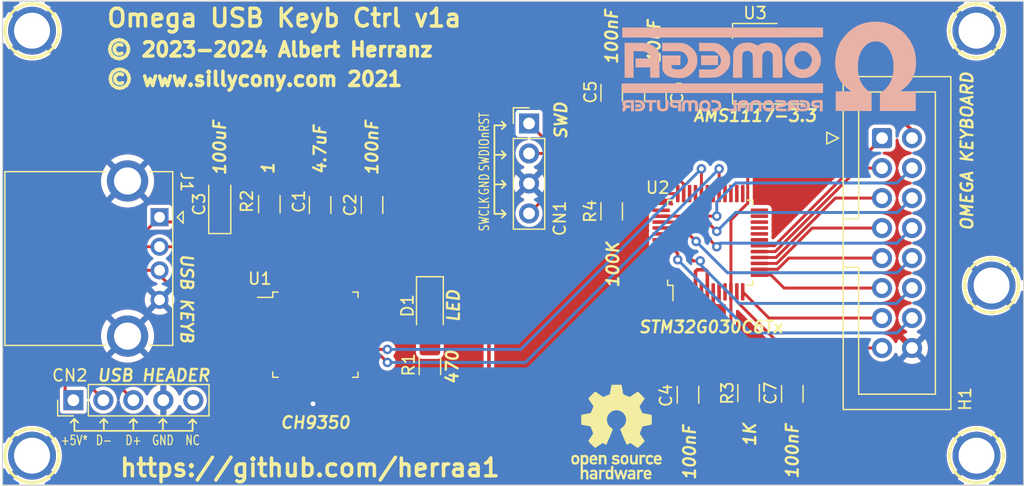
<source format=kicad_pcb>
(kicad_pcb (version 20221018) (generator pcbnew)
  (title_block (title "OMEGA USB Keyboard Control v1") (date "2024-01-07") (rev "A") (company "Albert Herranz"))
  (layers (0 "F.Cu" signal) (31 "B.Cu" signal) (34 "B.Paste" user) (35 "F.Paste" user) (36 "B.SilkS" user "B.Silkscreen") (37 "F.SilkS" user "F.Silkscreen") (38 "B.Mask" user) (39 "F.Mask" user) (44 "Edge.Cuts" user))
  (net 0 "")
  (net 1 "Net-(U1-VDD33)")
  (net 2 "GND")
  (net 3 "+5V")
  (net 4 "/+3V3")
  (net 5 "/nRST")
  (net 6 "/SWDIO")
  (net 7 "/SWCLK")
  (net 8 "Net-(D1-K)")
  (net 9 "Net-(D1-A)")
  (net 10 "/COL_0")
  (net 11 "/COL_1")
  (net 12 "/ROW_0")
  (net 13 "/COL_2")
  (net 14 "/ROW_1")
  (net 15 "/COL_3")
  (net 16 "/ROW_2")
  (net 17 "/COL_4")
  (net 18 "/ROW_3")
  (net 19 "/COL_5")
  (net 20 "/CAP_L")
  (net 21 "/COL_6")
  (net 22 "/ANA_L")
  (net 23 "/COL_7")
  (net 24 "Net-(CN2-Pin_2)")
  (net 25 "Net-(CN2-Pin_3)")
  (net 50 "/USART1_TX")
  (net 51 "/USART1_RX")
  (net 93 "Net-(CN2-Pin_1)")
  (footprint "Resistor_SMD:R_1206_3216Metric_Pad1.30x1.75mm_HandSolder" (layer "F.Cu") (at 86.5 88.6 -90)
    (fp_text reference "R1" (at -0.1 1.8 -90) (layer "F.SilkS"))
    (fp_text value "470" (at 0.1 -1.9 -90) (layer "F.SilkS") (effects (font (thickness 0.2) bold italic)))
    (pad "1" smd roundrect (at -1.55 0 270) (size 1.3 1.75) (layers "F.Cu" "F.Paste" "F.Mask") (roundrect_rratio 0.1923076923) (net 9 "Net-(D1-A)"))
    (pad "2" smd roundrect (at 1.55 0 270) (size 1.3 1.75) (layers "F.Cu" "F.Paste" "F.Mask") (roundrect_rratio 0.1923076923) (net 4 "/+3V3"))
  )
  (footprint "Capacitor_SMD:C_1206_3216Metric_Pad1.33x1.80mm_HandSolder" (layer "F.Cu") (at 77.2 74.9625 90)
    (fp_text reference "C1" (at 0.3 -1.8 90) (layer "F.SilkS"))
    (fp_text value "4.7uF" (at 4.7 0 90) (layer "F.SilkS") (effects (font (thickness 0.2) bold italic)))
    (pad "1" smd roundrect (at -1.5625 0 90) (size 1.325 1.8) (layers "F.Cu" "F.Paste" "F.Mask") (roundrect_rratio 0.1886792453) (net 1 "Net-(U1-VDD33)"))
    (pad "2" smd roundrect (at 1.5625 0 90) (size 1.325 1.8) (layers "F.Cu" "F.Paste" "F.Mask") (roundrect_rratio 0.1886792453) (net 2 "GND"))
  )
  (footprint "Package_TO_SOT_SMD:SOT-223-3_TabPin2" (layer "F.Cu") (at 114.05 63 180)
    (fp_text reference "U3" (at 0 4.3) (layer "F.SilkS"))
    (fp_text value "AMS1117-3.3" (at 0 -4.4) (layer "F.SilkS") (effects (font (thickness 0.2) bold italic)))
    (pad "1" smd rect (at -3.15 -2.3 180) (size 2 1.5) (layers "F.Cu" "F.Paste" "F.Mask") (net 2 "GND"))
    (pad "2" smd rect (at -3.15 0 180) (size 2 1.5) (layers "F.Cu" "F.Paste" "F.Mask") (net 4 "/+3V3"))
    (pad "2" smd rect (at 3.15 0 180) (size 2 3.8) (layers "F.Cu" "F.Paste" "F.Mask") (net 4 "/+3V3"))
    (pad "3" smd rect (at -3.15 2.3 180) (size 2 1.5) (layers "F.Cu" "F.Paste" "F.Mask") (net 3 "+5V"))
  )
  (footprint "Package_QFP:LQFP-48_7x7mm_P0.5mm" (layer "F.Cu") (at 76.8 85.95)
    (fp_text reference "U1" (at -4.7 -4.75) (layer "F.SilkS"))
    (fp_text value "CH9350" (at 0 7.45) (layer "F.SilkS") (effects (font (thickness 0.2) bold italic)))
    (pad "1" smd roundrect (at -4.1625 -2.75) (size 1.475 0.3) (layers "F.Cu" "F.Paste" "F.Mask") (net 8 "Net-(D1-K)"))
    (pad "2" smd roundrect (at -4.1625 -2.25) (size 1.475 0.3) (layers "F.Cu" "F.Paste" "F.Mask"))
    (pad "3" smd roundrect (at -4.1625 -1.75) (size 1.475 0.3) (layers "F.Cu" "F.Paste" "F.Mask"))
    (pad "4" smd roundrect (at -4.1625 -1.25) (size 1.475 0.3) (layers "F.Cu" "F.Paste" "F.Mask"))
    (pad "5" smd roundrect (at -4.1625 -0.75) (size 1.475 0.3) (layers "F.Cu" "F.Paste" "F.Mask"))
    (pad "6" smd roundrect (at -4.1625 -0.25) (size 1.475 0.3) (layers "F.Cu" "F.Paste" "F.Mask"))
    (pad "7" smd roundrect (at -4.1625 0.25) (size 1.475 0.3) (layers "F.Cu" "F.Paste" "F.Mask"))
    (pad "8" smd roundrect (at -4.1625 0.75) (size 1.475 0.3) (layers "F.Cu" "F.Paste" "F.Mask"))
    (pad "9" smd roundrect (at -4.1625 1.25) (size 1.475 0.3) (layers "F.Cu" "F.Paste" "F.Mask"))
    (pad "10" smd roundrect (at -4.1625 1.75) (size 1.475 0.3) (layers "F.Cu" "F.Paste" "F.Mask"))
    (pad "11" smd roundrect (at -4.1625 2.25) (size 1.475 0.3) (layers "F.Cu" "F.Paste" "F.Mask"))
    (pad "12" smd roundrect (at -4.1625 2.75) (size 1.475 0.3) (layers "F.Cu" "F.Paste" "F.Mask"))
    (pad "13" smd roundrect (at -2.75 4.1625) (size 0.3 1.475) (layers "F.Cu" "F.Paste" "F.Mask"))
    (pad "14" smd roundrect (at -2.25 4.1625) (size 0.3 1.475) (layers "F.Cu" "F.Paste" "F.Mask"))
    (pad "15" smd roundrect (at -1.75 4.1625) (size 0.3 1.475) (layers "F.Cu" "F.Paste" "F.Mask"))
    (pad "16" smd roundrect (at -1.25 4.1625) (size 0.3 1.475) (layers "F.Cu" "F.Paste" "F.Mask"))
    (pad "17" smd roundrect (at -0.75 4.1625) (size 0.3 1.475) (layers "F.Cu" "F.Paste" "F.Mask"))
    (pad "18" smd roundrect (at -0.25 4.1625) (size 0.3 1.475) (layers "F.Cu" "F.Paste" "F.Mask") (net 2 "GND"))
    (pad "19" smd roundrect (at 0.25 4.1625) (size 0.3 1.475) (layers "F.Cu" "F.Paste" "F.Mask"))
    (pad "20" smd roundrect (at 0.75 4.1625) (size 0.3 1.475) (layers "F.Cu" "F.Paste" "F.Mask"))
    (pad "21" smd roundrect (at 1.25 4.1625) (size 0.3 1.475) (layers "F.Cu" "F.Paste" "F.Mask"))
    (pad "22" smd roundrect (at 1.75 4.1625) (size 0.3 1.475) (layers "F.Cu" "F.Paste" "F.Mask"))
    (pad "23" smd roundrect (at 2.25 4.1625) (size 0.3 1.475) (layers "F.Cu" "F.Paste" "F.Mask"))
    (pad "24" smd roundrect (at 2.75 4.1625) (size 0.3 1.475) (layers "F.Cu" "F.Paste" "F.Mask"))
    (pad "25" smd roundrect (at 4.1625 2.75) (size 1.475 0.3) (layers "F.Cu" "F.Paste" "F.Mask"))
    (pad "26" smd roundrect (at 4.1625 2.25) (size 1.475 0.3) (layers "F.Cu" "F.Paste" "F.Mask"))
    (pad "27" smd roundrect (at 4.1625 1.75) (size 1.475 0.3) (layers "F.Cu" "F.Paste" "F.Mask") (net 50 "/USART1_TX"))
    (pad "28" smd roundrect (at 4.1625 1.25) (size 1.475 0.3) (layers "F.Cu" "F.Paste" "F.Mask") (net 51 "/USART1_RX"))
    (pad "29" smd roundrect (at 4.1625 0.75) (size 1.475 0.3) (layers "F.Cu" "F.Paste" "F.Mask"))
    (pad "30" smd roundrect (at 4.1625 0.25) (size 1.475 0.3) (layers "F.Cu" "F.Paste" "F.Mask"))
    (pad "31" smd roundrect (at 4.1625 -0.25) (size 1.475 0.3) (layers "F.Cu" "F.Paste" "F.Mask") (net 25 "Net-(CN2-Pin_3)"))
    (pad "32" smd roundrect (at 4.1625 -0.75) (size 1.475 0.3) (layers "F.Cu" "F.Paste" "F.Mask") (net 24 "Net-(CN2-Pin_2)"))
    (pad "33" smd roundrect (at 4.1625 -1.25) (size 1.475 0.3) (layers "F.Cu" "F.Paste" "F.Mask"))
    (pad "34" smd roundrect (at 4.1625 -1.75) (size 1.475 0.3) (layers "F.Cu" "F.Paste" "F.Mask"))
    (pad "35" smd roundrect (at 4.1625 -2.25) (size 1.475 0.3) (layers "F.Cu" "F.Paste" "F.Mask"))
    (pad "36" smd roundrect (at 4.1625 -2.75) (size 1.475 0.3) (layers "F.Cu" "F.Paste" "F.Mask"))
    (pad "37" smd roundrect (at 2.75 -4.1625) (size 0.3 1.475) (layers "F.Cu" "F.Paste" "F.Mask"))
    (pad "38" smd roundrect (at 2.25 -4.1625) (size 0.3 1.475) (layers "F.Cu" "F.Paste" "F.Mask") (net 2 "GND"))
    (pad "39" smd roundrect (at 1.75 -4.1625) (size 0.3 1.475) (layers "F.Cu" "F.Paste" "F.Mask"))
    (pad "40" smd roundrect (at 1.25 -4.1625) (size 0.3 1.475) (layers "F.Cu" "F.Paste" "F.Mask"))
    (pad "41" smd roundrect (at 0.75 -4.1625) (size 0.3 1.475) (layers "F.Cu" "F.Paste" "F.Mask") (net 3 "+5V"))
    (pad "42" smd roundrect (at 0.25 -4.1625) (size 0.3 1.475) (layers "F.Cu" "F.Paste" "F.Mask") (net 1 "Net-(U1-VDD33)"))
    (pad "43" smd roundrect (at -0.25 -4.1625) (size 0.3 1.475) (layers "F.Cu" "F.Paste" "F.Mask"))
    (pad "44" smd roundrect (at -0.75 -4.1625) (size 0.3 1.475) (layers "F.Cu" "F.Paste" "F.Mask"))
    (pad "45" smd roundrect (at -1.25 -4.1625) (size 0.3 1.475) (layers "F.Cu" "F.Paste" "F.Mask"))
    (pad "46" smd roundrect (at -1.75 -4.1625) (size 0.3 1.475) (layers "F.Cu" "F.Paste" "F.Mask"))
    (pad "47" smd roundrect (at -2.25 -4.1625) (size 0.3 1.475) (layers "F.Cu" "F.Paste" "F.Mask"))
    (pad "48" smd roundrect (at -2.75 -4.1625) (size 0.3 1.475) (layers "F.Cu" "F.Paste" "F.Mask"))
  )
  (footprint "My_Components:Hole_3mm" (layer "F.Cu") (at 132.8 60.2)
    (fp_text reference "HOLE3" hide)
    (fp_text value "HOLE" hide)
    (pad "1" thru_hole circle (at 0 0) (size 4.064 4.064) (drill 3.048) (layers "*.Cu" "*.Mask") (net 2 "GND"))
  )
  (footprint "Connector_PinHeader_2.54mm:PinHeader_1x04_P2.54mm_Vertical" (layer "F.Cu") (at 94.9 68.06)
    (fp_text reference "CN1" (at 2.6 8.04 90) (layer "F.SilkS"))
    (fp_text value "SWD" (at 2.7 -0.26 90) (layer "F.SilkS") (effects (font (thickness 0.2) bold italic)))
    (pad "1" thru_hole rect (at 0 0) (size 1.7 1.7) (drill 1) (layers "*.Cu" "*.Mask") (net 5 "/nRST"))
    (pad "2" thru_hole oval (at 0 2.54) (size 1.7 1.7) (drill 1) (layers "*.Cu" "*.Mask") (net 6 "/SWDIO"))
    (pad "3" thru_hole oval (at 0 5.08) (size 1.7 1.7) (drill 1) (layers "*.Cu" "*.Mask") (net 2 "GND"))
    (pad "4" thru_hole oval (at 0 7.62) (size 1.7 1.7) (drill 1) (layers "*.Cu" "*.Mask") (net 7 "/SWCLK"))
  )
  (footprint "Connector_IDC:IDC-Header_2x08_P2.54mm_Vertical" (layer "F.Cu") (at 124.8 69.3)
    (fp_text reference "H1" (at 7.04 22.1 90) (layer "F.SilkS"))
    (fp_text value "OMEGA KEYBOARD" (at 7.2 1.1 90) (layer "F.SilkS") (effects (font (thickness 0.2) bold italic)))
    (pad "1" thru_hole roundrect (at 0 0) (size 1.7 1.7) (drill 1) (layers "*.Cu" "*.Mask") (roundrect_rratio 0.1470588235) (net 10 "/COL_0"))
    (pad "2" thru_hole circle (at 2.54 0) (size 1.7 1.7) (drill 1) (layers "*.Cu" "*.Mask") (net 3 "+5V"))
    (pad "3" thru_hole circle (at 0 2.54) (size 1.7 1.7) (drill 1) (layers "*.Cu" "*.Mask") (net 11 "/COL_1"))
    (pad "4" thru_hole circle (at 2.54 2.54) (size 1.7 1.7) (drill 1) (layers "*.Cu" "*.Mask") (net 12 "/ROW_0"))
    (pad "5" thru_hole circle (at 0 5.08) (size 1.7 1.7) (drill 1) (layers "*.Cu" "*.Mask") (net 13 "/COL_2"))
    (pad "6" thru_hole circle (at 2.54 5.08) (size 1.7 1.7) (drill 1) (layers "*.Cu" "*.Mask") (net 14 "/ROW_1"))
    (pad "7" thru_hole circle (at 0 7.62) (size 1.7 1.7) (drill 1) (layers "*.Cu" "*.Mask") (net 15 "/COL_3"))
    (pad "8" thru_hole circle (at 2.54 7.62) (size 1.7 1.7) (drill 1) (layers "*.Cu" "*.Mask") (net 16 "/ROW_2"))
    (pad "9" thru_hole circle (at 0 10.16) (size 1.7 1.7) (drill 1) (layers "*.Cu" "*.Mask") (net 17 "/COL_4"))
    (pad "10" thru_hole circle (at 2.54 10.16) (size 1.7 1.7) (drill 1) (layers "*.Cu" "*.Mask") (net 18 "/ROW_3"))
    (pad "11" thru_hole circle (at 0 12.7) (size 1.7 1.7) (drill 1) (layers "*.Cu" "*.Mask") (net 19 "/COL_5"))
    (pad "12" thru_hole circle (at 2.54 12.7) (size 1.7 1.7) (drill 1) (layers "*.Cu" "*.Mask") (net 20 "/CAP_L"))
    (pad "13" thru_hole circle (at 0 15.24) (size 1.7 1.7) (drill 1) (layers "*.Cu" "*.Mask") (net 21 "/COL_6"))
    (pad "14" thru_hole circle (at 2.54 15.24) (size 1.7 1.7) (drill 1) (layers "*.Cu" "*.Mask") (net 22 "/ANA_L"))
    (pad "15" thru_hole circle (at 0 17.78) (size 1.7 1.7) (drill 1) (layers "*.Cu" "*.Mask") (net 23 "/COL_7"))
    (pad "16" thru_hole circle (at 2.54 17.78) (size 1.7 1.7) (drill 1) (layers "*.Cu" "*.Mask") (net 2 "GND"))
  )
  (footprint "My_Components:OSHW-Logo_7.5x8mm_SilkScreen" (layer "F.Cu") (at 102.3 94.2)
    (fp_text reference "SYM1" hide)
    (fp_text value "Logo_Open_Hardware_Large" hide)
  )
  (footprint "Connector_USB:USB_A_CONNFLY_DS1095-WNR0" (layer "F.Cu") (at 63.6 76 -90)
    (fp_text reference "J1" (at -3 -2.3 -90 unlocked) (layer "F.SilkS"))
    (fp_text value "USB KEYB" (at 6.9 -2.3 -90 unlocked) (layer "F.SilkS") (effects (font (thickness 0.2) bold italic)))
    (pad "1" thru_hole rect (at 0 0 270) (size 1.524 1.524) (drill 0.92) (layers "*.Cu" "*.Mask") (net 93 "Net-(CN2-Pin_1)"))
    (pad "2" thru_hole circle (at 2.5 0 270) (size 1.524 1.524) (drill 0.92) (layers "*.Cu" "*.Mask") (net 24 "Net-(CN2-Pin_2)"))
    (pad "3" thru_hole circle (at 4.5 0 270) (size 1.524 1.524) (drill 0.92) (layers "*.Cu" "*.Mask") (net 25 "Net-(CN2-Pin_3)"))
    (pad "4" thru_hole circle (at 7 0 270) (size 1.524 1.524) (drill 0.92) (layers "*.Cu" "*.Mask") (net 2 "GND"))
    (pad "5" thru_hole circle (at -3.07 2.71 270) (size 3.5 3.5) (drill 2.3) (layers "*.Cu" "*.Mask") (net 2 "GND"))
    (pad "5" thru_hole circle (at 10.07 2.71 270) (size 3.5 3.5) (drill 2.3) (layers "*.Cu" "*.Mask") (net 2 "GND"))
  )
  (footprint "Capacitor_Tantalum_SMD:CP_EIA-3216-18_Kemet-A_Pad1.58x1.35mm_HandSolder" (layer "F.Cu") (at 68.7 74.9 90)
    (fp_text reference "C3" (at 0 -1.75 90) (layer "F.SilkS"))
    (fp_text value "100uF" (at 4.8 0 90) (layer "F.SilkS") (effects (font (thickness 0.2) bold italic)))
    (pad "1" smd roundrect (at -1.4375 0 90) (size 1.575 1.35) (layers "F.Cu" "F.Paste" "F.Mask") (roundrect_rratio 0.1851851852) (net 93 "Net-(CN2-Pin_1)"))
    (pad "2" smd roundrect (at 1.4375 0 90) (size 1.575 1.35) (layers "F.Cu" "F.Paste" "F.Mask") (roundrect_rratio 0.1851851852) (net 2 "GND"))
  )
  (footprint "My_Components:Hole_3mm" (layer "F.Cu") (at 52.8 96.2)
    (fp_text reference "HOLE2" hide)
    (fp_text value "HOLE" hide)
    (pad "1" thru_hole circle (at 0 0) (size 4.064 4.064) (drill 3.048) (layers "*.Cu" "*.Mask") (net 2 "GND"))
  )
  (footprint "Capacitor_SMD:C_1206_3216Metric_Pad1.33x1.80mm_HandSolder" (layer "F.Cu") (at 117.2 90.9625 90)
    (fp_text reference "C7" (at 0.0625 -1.85 90) (layer "F.SilkS"))
    (fp_text value "100nF" (at -4.8375 0 90) (layer "F.SilkS") (effects (font (thickness 0.2) bold italic)))
    (pad "1" smd roundrect (at -1.5625 0 90) (size 1.325 1.8) (layers "F.Cu" "F.Paste" "F.Mask") (roundrect_rratio 0.1886792453) (net 2 "GND"))
    (pad "2" smd roundrect (at 1.5625 0 90) (size 1.325 1.8) (layers "F.Cu" "F.Paste" "F.Mask") (roundrect_rratio 0.1886792453) (net 5 "/nRST"))
  )
  (footprint "Resistor_SMD:R_1206_3216Metric_Pad1.30x1.75mm_HandSolder" (layer "F.Cu") (at 101.9 75.5 90)
    (fp_text reference "R4" (at 0 -1.82 90) (layer "F.SilkS"))
    (fp_text value "100K" (at -4.5 0.1 90) (layer "F.SilkS") (effects (font (thickness 0.2) bold italic)))
    (pad "1" smd roundrect (at -1.55 0 90) (size 1.3 1.75) (layers "F.Cu" "F.Paste" "F.Mask") (roundrect_rratio 0.1923076923) (net 2 "GND"))
    (pad "2" smd roundrect (at 1.55 0 90) (size 1.3 1.75) (layers "F.Cu" "F.Paste" "F.Mask") (roundrect_rratio 0.1923076923) (net 7 "/SWCLK"))
  )
  (footprint "Resistor_SMD:R_1206_3216Metric_Pad1.30x1.75mm_HandSolder" (layer "F.Cu") (at 72.9 74.9 -90)
    (fp_text reference "R2" (at -0.25 1.9 -90) (layer "F.SilkS"))
    (fp_text value "1" (at -3.05 0.1 -90) (layer "F.SilkS") (effects (font (thickness 0.2) bold italic)))
    (pad "1" smd roundrect (at -1.55 0 270) (size 1.3 1.75) (layers "F.Cu" "F.Paste" "F.Mask") (roundrect_rratio 0.1923076923) (net 3 "+5V"))
    (pad "2" smd roundrect (at 1.55 0 270) (size 1.3 1.75) (layers "F.Cu" "F.Paste" "F.Mask") (roundrect_rratio 0.1923076923) (net 93 "Net-(CN2-Pin_1)"))
  )
  (footprint "My_Components:Hole_3mm" (layer "F.Cu") (at 52.8 60.2)
    (fp_text reference "HOLE1" hide)
    (fp_text value "HOLE" hide)
    (pad "1" thru_hole circle (at 0 0) (size 4.064 4.064) (drill 3.048) (layers "*.Cu" "*.Mask") (net 2 "GND"))
  )
  (footprint "Connector_PinHeader_2.54mm:PinHeader_1x05_P2.54mm_Vertical" (layer "F.Cu") (at 56.3 91.5 90)
    (fp_text reference "CN2" (at 2.1 -0.3 180) (layer "F.SilkS"))
    (fp_text value "USB HEADER" (at 2.1 6.8 180) (layer "F.SilkS") (effects (font (thickness 0.2) bold italic)))
    (pad "1" thru_hole rect (at 0 0 90) (size 1.7 1.7) (drill 1) (layers "*.Cu" "*.Mask") (net 93 "Net-(CN2-Pin_1)"))
    (pad "2" thru_hole oval (at 0 2.54 90) (size 1.7 1.7) (drill 1) (layers "*.Cu" "*.Mask") (net 24 "Net-(CN2-Pin_2)"))
    (pad "3" thru_hole oval (at 0 5.08 90) (size 1.7 1.7) (drill 1) (layers "*.Cu" "*.Mask") (net 25 "Net-(CN2-Pin_3)"))
    (pad "4" thru_hole oval (at 0 7.62 90) (size 1.7 1.7) (drill 1) (layers "*.Cu" "*.Mask") (net 2 "GND"))
    (pad "5" thru_hole oval (at 0 10.16 90) (size 1.7 1.7) (drill 1) (layers "*.Cu" "*.Mask"))
  )
  (footprint "Capacitor_SMD:C_1206_3216Metric_Pad1.33x1.80mm_HandSolder" (layer "F.Cu") (at 101.9 65.4625 -90)
    (fp_text reference "C5" (at -0.0625 1.8 90) (layer "F.SilkS"))
    (fp_text value "100nF" (at -4.7625 0 90) (layer "F.SilkS") (effects (font (thickness 0.2) bold italic)))
    (pad "1" smd roundrect (at -1.5625 0 270) (size 1.325 1.8) (layers "F.Cu" "F.Paste" "F.Mask") (roundrect_rratio 0.1886792453) (net 4 "/+3V3"))
    (pad "2" smd roundrect (at 1.5625 0 270) (size 1.325 1.8) (layers "F.Cu" "F.Paste" "F.Mask") (roundrect_rratio 0.1886792453) (net 2 "GND"))
  )
  (footprint "Capacitor_SMD:C_1206_3216Metric_Pad1.33x1.80mm_HandSolder" (layer "F.Cu") (at 108.3625 91.0375 -90)
    (fp_text reference "C4" (at 0.0625 1.8625 -90) (layer "F.SilkS"))
    (fp_text value "100nF" (at 4.8625 -0.1375 -90) (layer "F.SilkS") (effects (font (thickness 0.2) bold italic)))
    (pad "1" smd roundrect (at -1.5625 0 270) (size 1.325 1.8) (layers "F.Cu" "F.Paste" "F.Mask") (roundrect_rratio 0.1886792453) (net 4 "/+3V3"))
    (pad "2" smd roundrect (at 1.5625 0 270) (size 1.325 1.8) (layers "F.Cu" "F.Paste" "F.Mask") (roundrect_rratio 0.1886792453) (net 2 "GND"))
  )
  (footprint "Resistor_SMD:R_1206_3216Metric_Pad1.30x1.75mm_HandSolder" (layer "F.Cu") (at 113.5 90.9 -90)
    (fp_text reference "R3" (at 0 1.8 -90) (layer "F.SilkS"))
    (fp_text value "1K" (at 3.5 -0.1 -90) (layer "F.SilkS") (effects (font (thickness 0.2) bold italic)))
    (pad "1" smd roundrect (at -1.55 0 270) (size 1.3 1.75) (layers "F.Cu" "F.Paste" "F.Mask") (roundrect_rratio 0.1923076923) (net 5 "/nRST"))
    (pad "2" smd roundrect (at 1.55 0 270) (size 1.3 1.75) (layers "F.Cu" "F.Paste" "F.Mask") (roundrect_rratio 0.1923076923) (net 4 "/+3V3"))
  )
  (footprint "Capacitor_SMD:C_1206_3216Metric_Pad1.33x1.80mm_HandSolder" (layer "F.Cu") (at 81.6 74.9625 90)
    (fp_text reference "C2" (at 0 -1.85 270) (layer "F.SilkS"))
    (fp_text value "100nF" (at 4.8625 0 90) (layer "F.SilkS") (effects (font (thickness 0.2) bold italic)))
    (pad "1" smd roundrect (at -1.5625 0 90) (size 1.325 1.8) (layers "F.Cu" "F.Paste" "F.Mask") (roundrect_rratio 0.1886792453) (net 3 "+5V"))
    (pad "2" smd roundrect (at 1.5625 0 90) (size 1.325 1.8) (layers "F.Cu" "F.Paste" "F.Mask") (roundrect_rratio 0.1886792453) (net 2 "GND"))
  )
  (footprint "My_Components:Hole_3mm" (layer "F.Cu") (at 132.8 96.2)
    (fp_text reference "HOLE4" hide)
    (fp_text value "HOLE" hide)
    (pad "1" thru_hole circle (at 0 0) (size 4.064 4.064) (drill 3.048) (layers "*.Cu" "*.Mask") (net 2 "GND"))
  )
  (footprint "Capacitor_SMD:C_1206_3216Metric_Pad1.33x1.80mm_HandSolder" (layer "F.Cu") (at 105.6 65.4625 -90)
    (fp_text reference "C6" (at 0 -1.85 90) (layer "F.SilkS"))
    (fp_text value "10uF" (at -4.3625 0.1 90) (layer "F.SilkS") (effects (font (thickness 0.2) bold italic)))
    (pad "1" smd roundrect (at -1.5625 0 270) (size 1.325 1.8) (layers "F.Cu" "F.Paste" "F.Mask") (roundrect_rratio 0.1886792453) (net 4 "/+3V3"))
    (pad "2" smd roundrect (at 1.5625 0 270) (size 1.325 1.8) (layers "F.Cu" "F.Paste" "F.Mask") (roundrect_rratio 0.1886792453) (net 2 "GND"))
  )
  (footprint "My_Components:Hole_3mm" (layer "F.Cu") (at 134.08 81.79)
    (fp_text reference "HOLE5" hide)
    (fp_text value "HOLE" hide)
    (pad "1" thru_hole circle (at 0 0) (size 4.064 4.064) (drill 3.048) (layers "*.Cu" "*.Mask") (net 2 "GND"))
  )
  (footprint "Package_QFP:LQFP-48_7x7mm_P0.5mm" (layer "F.Cu") (at 110.25 78.1625 90)
    (fp_text reference "U2" (at 4.6625 -4.45 180) (layer "F.SilkS"))
    (fp_text value "STM32G030C6Tx" (at -7.1375 0.05 180) (layer "F.SilkS") (effects (font (thickness 0.2) bold italic)))
    (pad "1" smd roundrect (at -4.1625 -2.75 90) (size 1.475 0.3) (layers "F.Cu" "F.Paste" "F.Mask"))
    (pad "2" smd roundrect (at -4.1625 -2.25 90) (size 1.475 0.3) (layers "F.Cu" "F.Paste" "F.Mask"))
    (pad "3" smd roundrect (at -4.1625 -1.75 90) (size 1.475 0.3) (layers "F.Cu" "F.Paste" "F.Mask"))
    (pad "4" smd roundrect (at -4.1625 -1.25 90) (size 1.475 0.3) (layers "F.Cu" "F.Paste" "F.Mask") (net 4 "/+3V3"))
    (pad "5" smd roundrect (at -4.1625 -0.75 90) (size 1.475 0.3) (layers "F.Cu" "F.Paste" "F.Mask") (net 2 "GND"))
    (pad "6" smd roundrect (at -4.1625 -0.25 90) (size 1.475 0.3) (layers "F.Cu" "F.Paste" "F.Mask") (net 4 "/+3V3"))
    (pad "7" smd roundrect (at -4.1625 0.25 90) (size 1.475 0.3) (layers "F.Cu" "F.Paste" "F.Mask") (net 2 "GND"))
    (pad "8" smd roundrect (at -4.1625 0.75 90) (size 1.475 0.3) (layers "F.Cu" "F.Paste" "F.Mask"))
    (pad "9" smd roundrect (at -4.1625 1.25 90) (size 1.475 0.3) (layers "F.Cu" "F.Paste" "F.Mask"))
    (pad "10" smd roundrect (at -4.1625 1.75 90) (size 1.475 0.3) (layers "F.Cu" "F.Paste" "F.Mask") (net 5 "/nRST"))
    (pad "11" smd roundrect (at -4.1625 2.25 90) (size 1.475 0.3) (layers "F.Cu" "F.Paste" "F.Mask") (net 23 "/COL_7"))
    (pad "12" smd roundrect (at -4.1625 2.75 90) (size 1.475 0.3) (layers "F.Cu" "F.Paste" "F.Mask") (net 21 "/COL_6"))
    (pad "13" smd roundrect (at -2.75 4.1625 90) (size 0.3 1.475) (layers "F.Cu" "F.Paste" "F.Mask") (net 19 "/COL_5"))
    (pad "14" smd roundrect (at -2.25 4.1625 90) (size 0.3 1.475) (layers "F.Cu" "F.Paste" "F.Mask") (net 17 "/COL_4"))
    (pad "15" smd roundrect (at -1.75 4.1625 90) (size 0.3 1.475) (layers "F.Cu" "F.Paste" "F.Mask") (net 15 "/COL_3"))
    (pad "16" smd roundrect (at -1.25 4.1625 90) (size 0.3 1.475) (layers "F.Cu" "F.Paste" "F.Mask") (net 13 "/COL_2"))
    (pad "17" smd roundrect (at -0.75 4.1625 90) (size 0.3 1.475) (layers "F.Cu" "F.Paste" "F.Mask") (net 11 "/COL_1"))
    (pad "18" smd roundrect (at -0.25 4.1625 90) (size 0.3 1.475) (layers "F.Cu" "F.Paste" "F.Mask") (net 10 "/COL_0"))
    (pad "19" smd roundrect (at 0.25 4.1625 90) (size 0.3 1.475) (layers "F.Cu" "F.Paste" "F.Mask"))
    (pad "20" smd roundrect (at 0.75 4.1625 90) (size 0.3 1.475) (layers "F.Cu" "F.Paste" "F.Mask"))
    (pad "21" smd roundrect (at 1.25 4.1625 90) (size 0.3 1.475) (layers "F.Cu" "F.Paste" "F.Mask"))
    (pad "22" smd roundrect (at 1.75 4.1625 90) (size 0.3 1.475) (layers "F.Cu" "F.Paste" "F.Mask"))
    (pad "23" smd roundrect (at 2.25 4.1625 90) (size 0.3 1.475) (layers "F.Cu" "F.Paste" "F.Mask"))
    (pad "24" smd roundrect (at 2.75 4.1625 90) (size 0.3 1.475) (layers "F.Cu" "F.Paste" "F.Mask"))
    (pad "25" smd roundrect (at 4.1625 2.75 90) (size 1.475 0.3) (layers "F.Cu" "F.Paste" "F.Mask"))
    (pad "26" smd roundrect (at 4.1625 2.25 90) (size 1.475 0.3) (layers "F.Cu" "F.Paste" "F.Mask"))
    (pad "27" smd roundrect (at 4.1625 1.75 90) (size 1.475 0.3) (layers "F.Cu" "F.Paste" "F.Mask"))
    (pad "28" smd roundrect (at 4.1625 1.25 90) (size 1.475 0.3) (layers "F.Cu" "F.Paste" "F.Mask"))
    (pad "29" smd roundrect (at 4.1625 0.75 90) (size 1.475 0.3) (layers "F.Cu" "F.Paste" "F.Mask") (net 50 "/USART1_TX"))
    (pad "30" smd roundrect (at 4.1625 0.25 90) (size 1.475 0.3) (layers "F.Cu" "F.Paste" "F.Mask"))
    (pad "31" smd roundrect (at 4.1625 -0.25 90) (size 1.475 0.3) (layers "F.Cu" "F.Paste" "F.Mask"))
    (pad "32" smd roundrect (at 4.1625 -0.75 90) (size 1.475 0.3) (layers "F.Cu" "F.Paste" "F.Mask") (net 51 "/USART1_RX"))
    (pad "33" smd roundrect (at 4.1625 -1.25 90) (size 1.475 0.3) (layers "F.Cu" "F.Paste" "F.Mask"))
    (pad "34" smd roundrect (at 4.1625 -1.75 90) (size 1.475 0.3) (layers "F.Cu" "F.Paste" "F.Mask"))
    (pad "35" smd roundrect (at 4.1625 -2.25 90) (size 1.475 0.3) (layers "F.Cu" "F.Paste" "F.Mask") (net 6 "/SWDIO"))
    (pad "36" smd roundrect (at 4.1625 -2.75 90) (size 1.475 0.3) (layers "F.Cu" "F.Paste" "F.Mask") (net 7 "/SWCLK"))
    (pad "37" smd roundrect (at 2.75 -4.1625 90) (size 0.3 1.475) (layers "F.Cu" "F.Paste" "F.Mask"))
    (pad "38" smd roundrect (at 2.25 -4.1625 90) (size 0.3 1.475) (layers "F.Cu" "F.Paste" "F.Mask") (net 12 "/ROW_0"))
    (pad "39" smd roundrect (at 1.75 -4.1625 90) (size 0.3 1.475) (layers "F.Cu" "F.Paste" "F.Mask") (net 14 "/ROW_1"))
    (pad "40" smd roundrect (at 1.25 -4.1625 90) (size 0.3 1.475) (layers "F.Cu" "F.Paste" "F.Mask") (net 16 "/ROW_2"))
    (pad "41" smd roundrect (at 0.75 -4.1625 90) (size 0.3 1.475) (layers "F.Cu" "F.Paste" "F.Mask") (net 18 "/ROW_3"))
    (pad "42" smd roundrect (at 0.25 -4.1625 90) (size 0.3 1.475) (layers "F.Cu" "F.Paste" "F.Mask") (net 20 "/CAP_L"))
    (pad "43" smd roundrect (at -0.25 -4.1625 90) (size 0.3 1.475) (layers "F.Cu" "F.Paste" "F.Mask") (net 22 "/ANA_L"))
    (pad "44" smd roundrect (at -0.75 -4.1625 90) (size 0.3 1.475) (layers "F.Cu" "F.Paste" "F.Mask"))
    (pad "45" smd roundrect (at -1.25 -4.1625 90) (size 0.3 1.475) (layers "F.Cu" "F.Paste" "F.Mask"))
    (pad "46" smd roundrect (at -1.75 -4.1625 90) (size 0.3 1.475) (layers "F.Cu" "F.Paste" "F.Mask"))
    (pad "47" smd roundrect (at -2.25 -4.1625 90) (size 0.3 1.475) (layers "F.Cu" "F.Paste" "F.Mask"))
    (pad "48" smd roundrect (at -2.75 -4.1625 90) (size 0.3 1.475) (layers "F.Cu" "F.Paste" "F.Mask"))
  )
  (footprint "LED_SMD:LED_1206_3216Metric_Pad1.42x1.75mm_HandSolder" (layer "F.Cu") (at 86.5 83.5 -90)
    (fp_text reference "D1" (at 0 1.9 90) (layer "F.SilkS"))
    (fp_text value "LED" (at 0 -2 90) (layer "F.SilkS") (effects (font (thickness 0.2) bold italic)))
    (pad "1" smd roundrect (at -1.4875 0 270) (size 1.425 1.75) (layers "F.Cu" "F.Paste" "F.Mask") (roundrect_rratio 0.1754392982) (net 8 "Net-(D1-K)"))
    (pad "2" smd roundrect (at 1.4875 0 270) (size 1.425 1.75) (layers "F.Cu" "F.Paste" "F.Mask") (roundrect_rratio 0.1754392982) (net 9 "Net-(D1-A)"))
  )
  (footprint "My_Components:Omega-Logo_24.9x7.6mm_SilkScreen" (layer "B.Cu") (at 115.3 63.2 180)
    (fp_text reference "G***" hide)
    (fp_text value "Omega-Logo_24.9x7.6mm_SilkScreen" hide)
  )
  (gr_line (start 61.3825 94.035) (end 61.3825 93.0825) (stroke (width 0.15)) (layer "F.SilkS"))
  (gr_line (start 56.3825 93.0825) (end 56.3825 94.035) (stroke (width 0.15)) (layer "F.SilkS"))
  (gr_line (start 92.9175 70.7175) (end 92.6 71.035) (stroke (width 0.15)) (layer "F.SilkS"))
  (gr_line (start 91.965 75.7175) (end 92.9175 75.7175) (stroke (width 0.15)) (layer "F.SilkS"))
  (gr_line (start 63.8825 93.0825) (end 64.2 93.4) (stroke (width 0.15)) (layer "F.SilkS"))
  (gr_line (start 66.4 93.12375) (end 66.7175 93.44125) (stroke (width 0.15)) (layer "F.SilkS"))
  (gr_line (start 58.565 93.4) (end 58.8825 93.0825) (stroke (width 0.15)) (layer "F.SilkS"))
  (gr_line (start 63.565 93.4) (end 63.8825 93.0825) (stroke (width 0.15)) (layer "F.SilkS"))
  (gr_line (start 92.9175 75.7175) (end 92.6 76.035) (stroke (width 0.15)) (layer "F.SilkS"))
  (gr_line (start 92.9175 73.2175) (end 92.6 73.535) (stroke (width 0.15)) (layer "F.SilkS"))
  (gr_line (start 92.6 72.9) (end 92.9175 73.2175) (stroke (width 0.15)) (layer "F.SilkS"))
  (gr_line (start 58.8825 94.035) (end 58.8825 93.0825) (stroke (width 0.15)) (layer "F.SilkS"))
  (gr_line (start 92.9175 68.2175) (end 91.965 68.2175) (stroke (width 0.15)) (layer "F.SilkS"))
  (gr_line (start 63.8825 94.1) (end 63.8825 93.0825) (stroke (width 0.15)) (layer "F.SilkS"))
  (gr_line (start 56.3825 93.0825) (end 56.7 93.4) (stroke (width 0.15)) (layer "F.SilkS"))
  (gr_line (start 66.0825 93.44125) (end 66.4 93.12375) (stroke (width 0.15)) (layer "F.SilkS"))
  (gr_line (start 91.965 68.2175) (end 91.965 75.7175) (stroke (width 0.15)) (layer "F.SilkS"))
  (gr_line (start 92.6 70.4) (end 92.9175 70.7175) (stroke (width 0.15)) (layer "F.SilkS"))
  (gr_line (start 56.4 94.1) (end 66.4 94.1) (stroke (width 0.15)) (layer "F.SilkS"))
  (gr_line (start 58.8825 93.0825) (end 59.2 93.4) (stroke (width 0.15)) (layer "F.SilkS"))
  (gr_line (start 66.4 94.07625) (end 66.4 93.12375) (stroke (width 0.15)) (layer "F.SilkS"))
  (gr_line (start 61.3825 93.0825) (end 61.7 93.4) (stroke (width 0.15)) (layer "F.SilkS"))
  (gr_line (start 61.065 93.4) (end 61.3825 93.0825) (stroke (width 0.15)) (layer "F.SilkS"))
  (gr_line (start 91.965 70.7175) (end 92.9175 70.7175) (stroke (width 0.15)) (layer "F.SilkS"))
  (gr_line (start 92.9175 68.2175) (end 92.6 68.535) (stroke (width 0.15)) (layer "F.SilkS"))
  (gr_line (start 92.6 75.4) (end 92.9175 75.7175) (stroke (width 0.15)) (layer "F.SilkS"))
  (gr_line (start 91.965 73.2175) (end 92.9175 73.2175) (stroke (width 0.15)) (layer "F.SilkS"))
  (gr_line (start 92.6 67.9) (end 92.9175 68.2175) (stroke (width 0.15)) (layer "F.SilkS"))
  (gr_line (start 56.065 93.4) (end 56.3825 93.0825) (stroke (width 0.15)) (layer "F.SilkS"))
  (gr_line (start 136.8 57.7) (end 136.8 98.7) (stroke (width 0.1)) (layer "Edge.Cuts"))
  (gr_line (start 50.3 98.7) (end 50.3 57.7) (stroke (width 0.1)) (layer "Edge.Cuts"))
  (gr_line (start 136.8 98.7) (end 50.3 98.7) (stroke (width 0.1)) (layer "Edge.Cuts"))
  (gr_line (start 50.3 57.7) (end 136.8 57.7) (stroke (width 0.1)) (layer "Edge.Cuts"))
  (gr_text "SWDIO" (at 91.1 70.7175 90) (layer "F.SilkS") (effects (font (size 0.8 0.6) (thickness 0.1))))
  (gr_text "D-" (at 58.8825 94.9) (layer "F.SilkS") (effects (font (size 0.8 0.6) (thickness 0.1))))
  (gr_text "D+" (at 61.3825 94.9) (layer "F.SilkS") (effects (font (size 0.8 0.6) (thickness 0.1))))
  (gr_text "Omega USB Keyb Ctrl v1a" (at 59 60) (layer "F.SilkS") (effects (font (size 1.5 1.5) (thickness 0.3) bold) (justify left bottom)))
  (gr_text "NC" (at 66.4 94.9) (layer "F.SilkS") (effects (font (size 0.8 0.6) (thickness 0.1))))
  (gr_text "https://github.com/herraa1" (at 60.1 98.1) (layer "F.SilkS") (effects (font (size 1.5 1.5) (thickness 0.3) bold) (justify left bottom)))
  (gr_text "GND" (at 63.8825 94.9) (layer "F.SilkS") (effects (font (size 0.8 0.6) (thickness 0.1))))
  (gr_text "+5V*" (at 56.3825 94.9) (layer "F.SilkS") (effects (font (size 0.8 0.6) (thickness 0.1))))
  (gr_text "SWCLK" (at 91.1 75.7175 90) (layer "F.SilkS") (effects (font (size 0.8 0.6) (thickness 0.1))))
  (gr_text "nRST" (at 91.1 68.2175 90) (layer "F.SilkS") (effects (font (size 0.8 0.6) (thickness 0.1))))
  (gr_text "© 2023-2024 Albert Herranz" (at 58.95 62.5) (layer "F.SilkS") (effects (font (size 1.2 1.2) (thickness 0.3) bold) (justify left bottom)))
  (gr_text "© www.sillycony.com 2021" (at 59 65) (layer "F.SilkS") (effects (font (size 1.2 1.2) (thickness 0.3) bold) (justify left bottom)))
  (gr_text "GND" (at 91.1 73.2175 90) (layer "F.SilkS") (effects (font (size 0.8 0.6) (thickness 0.1))))
  (segment (start 77.05 81.7875) (end 77.05 76.675) (width 0.25) (layer "F.Cu") (net 1))
  (segment (start 79.05 80.35) (end 79.2 80.2) (width 0.3) (layer "F.Cu") (net 2))
  (segment (start 109.5 83.4) (end 108.8 84.1) (width 0.3) (layer "F.Cu") (net 2))
  (segment (start 110.5 83.724598) (end 110.5 82.325) (width 0.3) (layer "F.Cu") (net 2))
  (segment (start 110.937701 84.162299) (end 110.5 83.724598) (width 0.3) (layer "F.Cu") (net 2))
  (segment (start 76.6 91.8) (end 76.55 91.75) (width 0.3) (layer "F.Cu") (net 2))
  (segment (start 76.55 91.75) (end 76.55 90.1125) (width 0.3) (layer "F.Cu") (net 2))
  (segment (start 79.05 81.7875) (end 79.05 80.35) (width 0.3) (layer "F.Cu") (net 2))
  (segment (start 109.5 82.325) (end 109.5 83.4) (width 0.3) (layer "F.Cu") (net 2))
  (via (at 76.6 91.8) (size 0.8) (drill 0.4) (layers "F.Cu" "B.Cu") (net 2))
  (segment (start 108.862299 84.162299) (end 108.8 84.1) (width 0.3) (layer "B.Cu") (net 2))
  (segment (start 90.4 60.7) (end 96.1 60.7) (width 0.3) (layer "F.Cu") (net 3))
  (segment (start 84.6 73.6375) (end 84.6 66.5) (width 0.3) (layer "F.Cu") (net 3))
  (segment (start 81.9 76.3375) (end 84.6 73.6375) (width 0.3) (layer "F.Cu") (net 3))
  (segment (start 77.55 81.7875) (end 77.55 80.30938) (width 0.3) (layer "F.Cu") (net 3))
  (segment (start 96.1 60.7) (end 117.2 60.7) (width 0.3) (layer "F.Cu") (net 3))
  (segment (start 119.4 60.7) (end 117.2 60.7) (width 0.3) (layer "F.Cu") (net 3))
  (segment (start 72.9 64.3) (end 72.9 73.35) (width 0.3) (layer "F.Cu") (net 3))
  (segment (start 77.55 80.30938) (end 81.52188 76.3375) (width 0.3) (layer "F.Cu") (net 3))
  (segment (start 127.34 68.64) (end 119.4 60.7) (width 0.3) (layer "F.Cu") (net 3))
  (segment (start 76.5 60.7) (end 72.9 64.3) (width 0.3) (layer "F.Cu") (net 3))
  (segment (start 84.6 66.5) (end 90.4 60.7) (width 0.3) (layer "F.Cu") (net 3))
  (segment (start 96.1 60.7) (end 76.5 60.7) (width 0.3) (layer "F.Cu") (net 3))
  (segment (start 113.55 92.45) (end 111.3375 92.45) (width 0.3) (layer "F.Cu") (net 4))
  (segment (start 108.3625 89.475) (end 110 87.8375) (width 0.3) (layer "F.Cu") (net 4))
  (segment (start 106.975 63) (end 106 63.975) (width 0.3) (layer "F.Cu") (net 4))
  (segment (start 109 82.325) (end 109 80.6) (width 0.3) (layer "F.Cu") (net 4))
  (segment (start 93.625 63.975) (end 106 63.975) (width 0.3) (layer "F.Cu") (net 4))
  (segment (start 107.7625 89.4) (end 91.9 89.4) (width 0.3) (layer "F.Cu") (net 4))
  (segment (start 91.5 88.4) (end 91.5 66.1) (width 0.3) (layer "F.Cu") (net 4))
  (segment (start 110 80.6) (end 110 82.325) (width 0.3) (layer "F.Cu") (net 4))
  (segment (start 110.9 63) (end 106.975 63) (width 0.3) (layer "F.Cu") (net 4))
  (segment (start 111.3375 92.45) (end 108.3625 89.475) (width 0.3) (layer "F.Cu") (net 4))
  (segment (start 109.15 80.45) (end 109.85 80.45) (width 0.3) (layer "F.Cu") (net 4))
  (segment (start 109 80.6) (end 109.15 80.45) (width 0.3) (layer "F.Cu") (net 4))
  (segment (start 86.5 90.15) (end 90.45 90.15) (width 0.3) (layer "F.Cu") (net 4))
  (segment (start 90.45 90.15) (end 91.5 89.1) (width 0.3) (layer "F.Cu") (net 4))
  (segment (start 91.5 89) (end 91.5 88.4) (width 0.3) (layer "F.Cu") (net 4))
  (segment (start 91.9 89.4) (end 91.5 89) (width 0.3) (layer "F.Cu") (net 4))
  (segment (start 110 87.8375) (end 110 82.325) (width 0.3) (layer "F.Cu") (net 4))
  (segment (start 117.2 63) (end 110.9 63) (width 0.3) (layer "F.Cu") (net 4))
  (segment (start 109.85 80.45) (end 110 80.6) (width 0.3) (layer "F.Cu") (net 4))
  (segment (start 91.5 66.1) (end 93.625 63.975) (width 0.3) (layer "F.Cu") (net 4))
  (segment (start 91.5 89.1) (end 91.5 88.4) (width 0.3) (layer "F.Cu") (net 4))
  (segment (start 113.425 74.809554) (end 113.425 71.075) (width 0.25) (layer "F.Cu") (net 5))
  (segment (start 113.5 89.35) (end 117.15 89.35) (width 0.25) (layer "F.Cu") (net 5))
  (segment (start 96.94 70.1) (end 94.9 68.06) (width 0.25) (layer "F.Cu") (net 5))
  (segment (start 112 82.325) (end 112 76.234554) (width 0.25) (layer "F.Cu") (net 5))
  (segment (start 113.425 71.075) (end 112.45 70.1) (width 0.25) (layer "F.Cu") (net 5))
  (segment (start 112 87.85) (end 112 82.325) (width 0.25) (layer "F.Cu") (net 5))
  (segment (start 112 76.234554) (end 113.425 74.809554) (width 0.25) (layer "F.Cu") (net 5))
  (segment (start 112.45 70.1) (end 96.94 70.1) (width 0.25) (layer "F.Cu") (net 5))
  (segment (start 113.5 89.35) (end 112 87.85) (width 0.25) (layer "F.Cu") (net 5))
  (segment (start 108 74) (end 108 73.194736) (width 0.25) (layer "F.Cu") (net 6))
  (segment (start 108 73.194736) (end 105.405264 70.6) (width 0.25) (layer "F.Cu") (net 6))
  (segment (start 105.405264 70.6) (end 94.9 70.6) (width 0.25) (layer "F.Cu") (net 6))
  (segment (start 96.68 73.9) (end 94.9 75.68) (width 0.25) (layer "F.Cu") (net 7))
  (segment (start 107.5 74) (end 102.5 74) (width 0.25) (layer "F.Cu") (net 7))
  (segment (start 102.4 73.9) (end 96.68 73.9) (width 0.25) (layer "F.Cu") (net 7))
  (segment (start 79.425 83.2) (end 72.6375 83.2) (width 0.25) (layer "F.Cu") (net 8))
  (segment (start 86.5 82.0125) (end 80.6125 82.0125) (width 0.25) (layer "F.Cu") (net 8))
  (segment (start 80.6125 82.0125) (end 79.425 83.2) (width 0.25) (layer "F.Cu") (net 8))
  (segment (start 86.5 84.9875) (end 86.5 87.05) (width 0.25) (layer "F.Cu") (net 9))
  (segment (start 115.6875 78.4125) (end 114.4125 78.4125) (width 0.25) (layer "F.Cu") (net 10))
  (segment (start 124.8 69.3) (end 115.6875 78.4125) (width 0.25) (layer "F.Cu") (net 10))
  (segment (start 122.825686 71.84) (end 115.753186 78.9125) (width 0.25) (layer "F.Cu") (net 11))
  (segment (start 115.753186 78.9125) (end 114.4125 78.9125) (width 0.25) (layer "F.Cu") (net 11))
  (segment (start 124.8 71.84) (end 122.825686 71.84) (width 0.25) (layer "F.Cu") (net 11))
  (segment (start 110.8 75.9125) (end 106.0875 75.9125) (width 0.25) (layer "F.Cu") (net 12))
  (via (at 110.8 75.9125) (size 0.8) (drill 0.4) (layers "F.Cu" "B.Cu") (net 12))
  (segment (start 126.08 73.1) (end 127.34 71.84) (width 0.25) (layer "B.Cu") (net 12))
  (segment (start 112.4 73.1) (end 126.08 73.1) (width 0.25) (layer "B.Cu") (net 12))
  (segment (start 110.8 74.7) (end 112.4 73.1) (width 0.25) (layer "B.Cu") (net 12))
  (segment (start 110.8 75.9125) (end 110.8 74.7) (width 0.25) (layer "B.Cu") (net 12))
  (segment (start 115.818872 79.4125) (end 114.4125 79.4125) (width 0.25) (layer "F.Cu") (net 13))
  (segment (start 124.8 74.38) (end 120.851372 74.38) (width 0.25) (layer "F.Cu") (net 13))
  (segment (start 120.851372 74.38) (end 115.818872 79.4125) (width 0.25) (layer "F.Cu") (net 13))
  (segment (start 110.0125 76.4125) (end 106.0875 76.4125) (width 0.25) (layer "F.Cu") (net 14))
  (segment (start 110.8 77.2) (end 110.0125 76.4125) (width 0.25) (layer "F.Cu") (net 14))
  (via (at 110.8 77.2) (size 0.8) (drill 0.4) (layers "F.Cu" "B.Cu") (net 14))
  (segment (start 110.8 77.2) (end 112.4 75.6) (width 0.25) (layer "B.Cu") (net 14))
  (segment (start 112.4 75.6) (end 126.12 75.6) (width 0.25) (layer "B.Cu") (net 14))
  (segment (start 126.12 75.6) (end 127.34 74.38) (width 0.25) (layer "B.Cu") (net 14))
  (segment (start 124.8 76.92) (end 118.877058 76.92) (width 0.25) (layer "F.Cu") (net 15))
  (segment (start 115.884558 79.9125) (end 114.4125 79.9125) (width 0.25) (layer "F.Cu") (net 15))
  (segment (start 118.877058 76.92) (end 115.884558 79.9125) (width 0.25) (layer "F.Cu") (net 15))
  (segment (start 109.2125 76.9125) (end 106.0875 76.9125) (width 0.25) (layer "F.Cu") (net 16))
  (segment (start 110.8 78.5) (end 109.2125 76.9125) (width 0.25) (layer "F.Cu") (net 16))
  (via (at 110.8 78.5) (size 0.8) (drill 0.4) (layers "F.Cu" "B.Cu") (net 16))
  (segment (start 126.06 78.2) (end 127.34 76.92) (width 0.25) (layer "B.Cu") (net 16))
  (segment (start 111.1 78.2) (end 126.06 78.2) (width 0.25) (layer "B.Cu") (net 16))
  (segment (start 110.8 78.5) (end 111.1 78.2) (width 0.25) (layer "B.Cu") (net 16))
  (segment (start 115.950244 80.4125) (end 114.4125 80.4125) (width 0.25) (layer "F.Cu") (net 17))
  (segment (start 124.8 79.46) (end 116.902744 79.46) (width 0.25) (layer "F.Cu") (net 17))
  (segment (start 116.902744 79.46) (end 115.950244 80.4125) (width 0.25) (layer "F.Cu") (net 17))
  (segment (start 109.05 78.05) (end 108.4125 77.4125) (width 0.25) (layer "F.Cu") (net 18))
  (segment (start 108.4125 77.4125) (end 106.0875 77.4125) (width 0.25) (layer "F.Cu") (net 18))
  (via (at 109.05 78.05) (size 0.8) (drill 0.4) (layers "F.Cu" "B.Cu") (net 18))
  (segment (start 109.05 78.05) (end 111.7 80.7) (width 0.25) (layer "B.Cu") (net 18))
  (segment (start 126.1 80.7) (end 127.34 79.46) (width 0.25) (layer "B.Cu") (net 18))
  (segment (start 111.7 80.7) (end 126.1 80.7) (width 0.25) (layer "B.Cu") (net 18))
  (segment (start 116.5 82) (end 115.4 80.9) (width 0.25) (layer "F.Cu") (net 19))
  (segment (start 115.4 80.9) (end 114.425 80.9) (width 0.25) (layer "F.Cu") (net 19))
  (segment (start 124.8 82) (end 116.5 82) (width 0.25) (layer "F.Cu") (net 19))
  (segment (start 108.8 79.7) (end 107.0125 77.9125) (width 0.25) (layer "F.Cu") (net 20))
  (segment (start 107.0125 77.9125) (end 106.0875 77.9125) (width 0.25) (layer "F.Cu") (net 20))
  (segment (start 109.4 79.7) (end 108.8 79.7) (width 0.25) (layer "F.Cu") (net 20))
  (via (at 109.4 79.7) (size 0.8) (drill 0.4) (layers "F.Cu" "B.Cu") (net 20))
  (segment (start 109.4 80) (end 112.7 83.3) (width 0.25) (layer "B.Cu") (net 20))
  (segment (start 109.4 79.7) (end 109.4 80) (width 0.25) (layer "B.Cu") (net 20))
  (segment (start 126.04 83.3) (end 127.34 82) (width 0.25) (layer "B.Cu") (net 20))
  (segment (start 112.7 83.3) (end 126.04 83.3) (width 0.25) (layer "B.Cu") (net 20))
  (segment (start 115.215 84.54) (end 113 82.325) (width 0.25) (layer "F.Cu") (net 21))
  (segment (start 124.8 84.54) (end 115.215 84.54) (width 0.25) (layer "F.Cu") (net 21))
  (segment (start 107.494327 79.084773) (end 106.822054 78.4125) (width 0.25) (layer "F.Cu") (net 22))
  (segment (start 107.494327 79.6) (end 107.494327 79.084773) (width 0.25) (layer "F.Cu") (net 22))
  (segment (start 106.822054 78.4125) (end 106.0875 78.4125) (width 0.25) (layer "F.Cu") (net 22))
  (via (at 107.494327 79.6) (size 0.8) (drill 0.4) (layers "F.Cu" "B.Cu") (net 22))
  (segment (start 126.08 85.8) (end 127.34 84.54) (width 0.25) (layer "B.Cu") (net 22))
  (segment (start 107.494327 79.6) (end 113.694327 85.8) (width 0.25) (layer "B.Cu") (net 22))
  (segment (start 113.694327 85.8) (end 126.08 85.8) (width 0.25) (layer "B.Cu") (net 22))
  (segment (start 112.5 83.130264) (end 112.5 82.325) (width 0.25) (layer "F.Cu") (net 23))
  (segment (start 116.449736 87.08) (end 112.5 83.130264) (width 0.25) (layer "F.Cu") (net 23))
  (segment (start 124.8 87.08) (end 116.449736 87.08) (width 0.25) (layer "F.Cu") (net 23))
  (segment (start 62.4 78.5) (end 56.5 84.4) (width 0.25) (layer "F.Cu") (net 24))
  (segment (start 69.3 78.5) (end 63.6 78.5) (width 0.25) (layer "F.Cu") (net 24))
  (segment (start 56.5 89.1) (end 58.84 91.44) (width 0.25) (layer "F.Cu") (net 24))
  (segment (start 71.0375 80.2375) (end 69.3 78.5) (width 0.25) (layer "F.Cu") (net 24))
  (segment (start 72.6 90.3) (end 71.6 90.3) (width 0.25) (layer "F.Cu") (net 24))
  (segment (start 80.9625 85.2) (end 77.7 85.2) (width 0.25) (layer "F.Cu") (net 24))
  (segment (start 63.6 78.5) (end 62.4 78.5) (width 0.25) (layer "F.Cu") (net 24))
  (segment (start 71.6 90.3) (end 71.0375 89.7375) (width 0.25) (layer "F.Cu") (net 24))
  (segment (start 71.0375 89.7375) (end 71.0375 80.2375) (width 0.25) (layer "F.Cu") (net 24))
  (segment (start 56.5 84.4) (end 56.5 89.1) (width 0.25) (layer "F.Cu") (net 24))
  (segment (start 77.7 85.2) (end 72.6 90.3) (width 0.25) (layer "F.Cu") (net 24))
  (segment (start 80 91.4) (end 78.4 93) (width 0.25) (layer "F.Cu") (net 25))
  (segment (start 73.4 93) (end 70.3 89.9) (width 0.25) (layer "F.Cu") (net 25))
  (segment (start 61.6 80.5) (end 57.3 84.8) (width 0.25) (layer "F.Cu") (net 25))
  (segment (start 57.3 84.8) (end 57.3 87.4) (width 0.25) (layer "F.Cu") (net 25))
  (segment (start 78.4 93) (end 73.4 93) (width 0.25) (layer "F.Cu") (net 25))
  (segment (start 63.6 80.5) (end 61.6 80.5) (width 0.25) (layer "F.Cu") (net 25))
  (segment (start 70.3 87.6) (end 63.6 80.9) (width 0.25) (layer "F.Cu") (net 25))
  (segment (start 57.3 87.4) (end 61.38 91.48) (width 0.25) (layer "F.Cu") (net 25))
  (segment (start 79.95 85.975001) (end 79.95 89.277946) (width 0.25) (layer "F.Cu") (net 25))
  (segment (start 80.9625 85.7) (end 80.225001 85.7) (width 0.25) (layer "F.Cu") (net 25))
  (segment (start 80 89.327946) (end 80 91.4) (width 0.25) (layer "F.Cu") (net 25))
  (segment (start 80.225001 85.7) (end 79.95 85.975001) (width 0.25) (layer "F.Cu") (net 25))
  (segment (start 70.3 89.9) (end 70.3 87.6) (width 0.25) (layer "F.Cu") (net 25))
  (segment (start 79.95 89.277946) (end 80 89.327946) (width 0.25) (layer "F.Cu") (net 25))
  (segment (start 111 74) (end 111 71.9) (width 0.25) (layer "F.Cu") (net 50))
  (segment (start 82.9 88.3) (end 82.3 87.7) (width 0.25) (layer "F.Cu") (net 50))
  (segment (start 82.3 87.7) (end 80.9625 87.7) (width 0.25) (layer "F.Cu") (net 50))
  (via (at 82.9 88.3) (size 0.8) (drill 0.4) (layers "F.Cu" "B.Cu") (net 50))
  (via (at 111 71.9) (size 0.8) (drill 0.4) (layers "F.Cu" "B.Cu") (net 50))
  (segment (start 82.9 88.3) (end 94.6 88.3) (width 0.25) (layer "B.Cu") (net 50))
  (segment (start 94.6 88.3) (end 111 71.9) (width 0.25) (layer "B.Cu") (net 50))
  (segment (start 80.9625 87.2) (end 82.9 87.2) (width 0.25) (layer "F.Cu") (net 51))
  (segment (start 109.5 74) (end 109.5 71.9) (width 0.25) (layer "F.Cu") (net 51))
  (via (at 82.9 87.2) (size 0.8) (drill 0.4) (layers "F.Cu" "B.Cu") (net 51))
  (via (at 109.5 71.9) (size 0.8) (drill 0.4) (layers "F.Cu" "B.Cu") (net 51))
  (segment (start 94.2 87.2) (end 109.5 71.9) (width 0.25) (layer "B.Cu") (net 51))
  (segment (start 82.9 87.2) (end 94.2 87.2) (width 0.25) (layer "B.Cu") (net 51))
  (segment (start 55.6 84) (end 55.6 90.8) (width 0.25) (layer "F.Cu") (net 93))
  (segment (start 68.7 76.3375) (end 72.7875 76.3375) (width 0.25) (layer "F.Cu") (net 93))
  (segment (start 63.6 76) (end 55.6 84) (width 0.25) (layer "F.Cu") (net 93))
  (segment (start 64 76.4) (end 68.6375 76.4) (width 0.25) (layer "F.Cu") (net 93))
  (zone (net 2) (net_name "GND") (layer "F.Cu") (connect_pads thru_hole_only (clearance 0.3)) (min_thickness 0.25) (fill yes (thermal_gap 0.5) (thermal_bridge_width 0.5) (smoothing chamfer) (radius 2))
    (polygon (pts (xy 50.3 57.7) (xy 136.8 57.7) (xy 136.8 98.7) (xy 50.3 98.7)))
  )
  (zone (net 2) (net_name "GND") (layer "B.Cu") (priority 1) (connect_pads thru_hole_only (clearance 0.3)) (min_thickness 0.25) (fill yes (thermal_gap 0.5) (thermal_bridge_width 0.5))
    (polygon (pts (xy 50.3 57.7) (xy 136.8 57.7) (xy 136.8 98.7) (xy 50.3 98.7)))
  )
)
</source>
